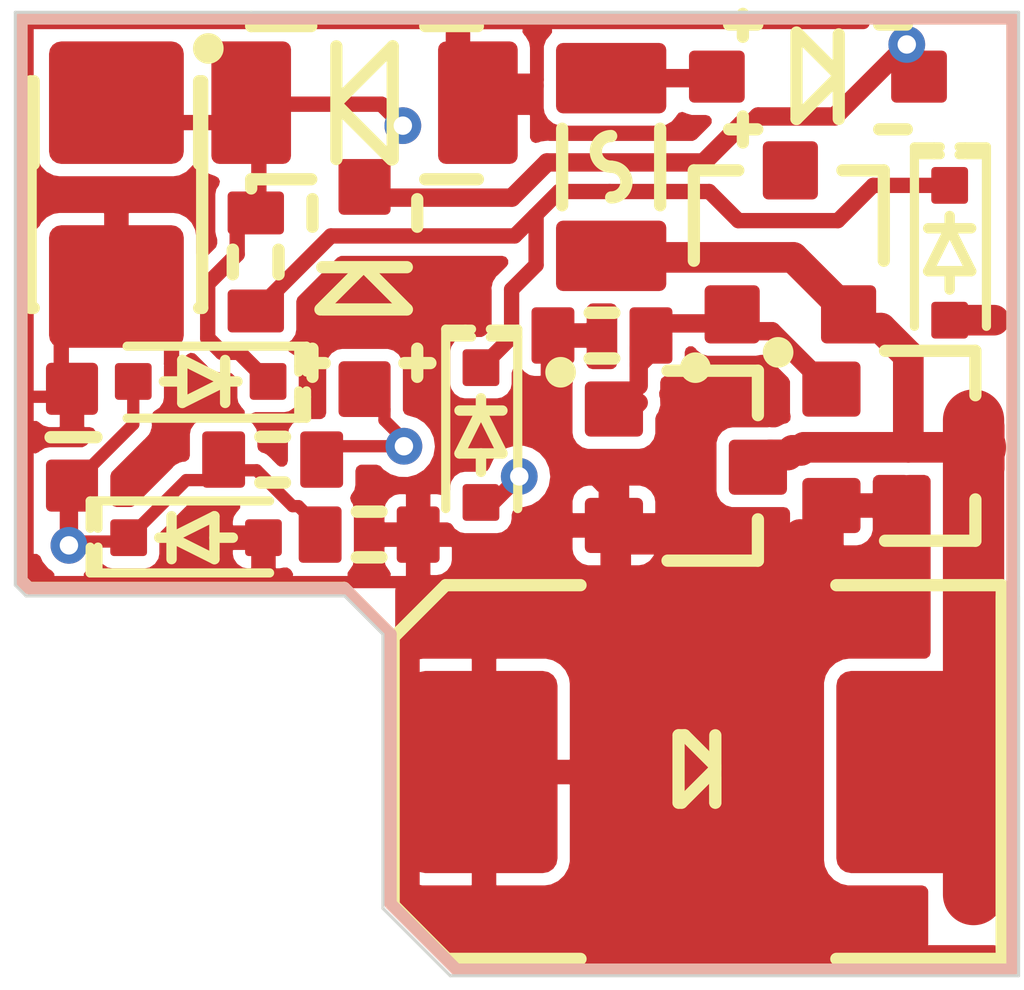
<source format=kicad_pcb>
(kicad_pcb (version 20210108) (generator pcbnew)
  (layers (0 "F.Cu" signal "Top Layer") (31 "B.Cu" signal "Bottom Layer") (34 "B.Paste" user) (35 "F.Paste" user) (36 "B.SilkS" user "B.Silkscreen") (37 "F.SilkS" user "F.Silkscreen") (38 "B.Mask" user) (39 "F.Mask" user) (44 "Edge.Cuts" user))
  (net 0 "")
  (net 1 "NetD416_2")
  (net 2 "NetD411_1")
  (net 3 "V12")
  (net 4 "V12_RAW")
  (net 5 "VBAT")
  (net 6 "V12_PERM")
  (net 7 "NetD412_1")
  (net 8 "VIGN")
  (net 9 "GND")
  (net 10 "V5")
  (net 11 "IN_VIGN")
  (footprint "Small.PcbLib:MOSFET-n" (layer "F.Cu") (at 14.499994 -8.625025)
    (fp_text reference "Q411" hide)
    (fp_text value "AO3400A" hide)
    (fp_line (start -0.304998 1.525001) (end 1.170003 1.525001) (layer "F.SilkS") (width 0.2))
    (fp_line (start 1.170003 -0.849998) (end 1.170003 -1.575) (layer "F.SilkS") (width 0.2))
    (fp_line (start -0.304998 -1.575) (end 1.170003 -1.575) (layer "F.SilkS") (width 0.2))
    (fp_line (start 1.170003 1.525001) (end 1.170003 0.850004) (layer "F.SilkS") (width 0.2))
    (fp_circle (center -2.050001 -1.549999) (end -2.050001 -1.675) (layer "F.SilkS") (width 0.25) (fill none))
    (pad "1" smd roundrect (at -1.179998 -0.949998 270) (size 0.900001 0.950001) (layers "F.Cu" "F.Paste" "F.Mask") (roundrect_rratio 0.1) (net 2 "NetD411_1"))
    (pad "2" smd roundrect (at -1.180003 0.950001 270) (size 0.899998 0.950011) (layers "F.Cu" "F.Paste" "F.Mask") (roundrect_rratio 0.1) (net 9 "GND"))
    (pad "3" smd roundrect (at 1.170003 0.000003 270) (size 0.900001 0.950001) (layers "F.Cu" "F.Paste" "F.Mask") (roundrect_rratio 0.1) (net 4 "V12_RAW"))
  )
  (footprint "General.pcblib:D Schottky" (layer "F.Cu") (at 2.949999 -7.150001)
    (fp_text reference "D410" hide)
    (fp_text value "1N4148WS" hide)
    (fp_line (start -0.399999 0) (end 0.3 0.349999) (layer "F.SilkS") (width 0.17))
    (fp_line (start -1.727997 -0.254) (end -1.600997 -0.254) (layer "F.SilkS") (width 0.15))
    (fp_line (start 0.3 0) (end 0.599999 0) (layer "F.SilkS") (width 0.17))
    (fp_line (start -1.727997 0.574995) (end 1.2 0.574995) (layer "F.SilkS") (width 0.15))
    (fp_line (start -1.727997 -0.599996) (end 1.2 -0.599996) (layer "F.SilkS") (width 0.15))
    (fp_line (start -0.399999 0.349999) (end -0.399999 -0.349999) (layer "F.SilkS") (width 0.17))
    (fp_line (start 0.3 0.349999) (end 0.3 -0.349999) (layer "F.SilkS") (width 0.17))
    (fp_line (start -1.600997 -0.153995) (end -1.600997 -0.599996) (layer "F.SilkS") (width 0.15))
    (fp_line (start -0.399999 0) (end 0.3 -0.349999) (layer "F.SilkS") (width 0.17))
    (fp_line (start -1.727997 0.254) (end -1.600997 0.254) (layer "F.SilkS") (width 0.15))
    (fp_line (start -1.727997 0.574995) (end -1.727997 0.153995) (layer "F.SilkS") (width 0.15))
    (fp_line (start -1.727997 -0.153995) (end -1.727997 -0.599996) (layer "F.SilkS") (width 0.15))
    (fp_line (start -1.600997 0.549996) (end -1.600997 0.153995) (layer "F.SilkS") (width 0.15))
    (fp_line (start -0.600001 0) (end -0.399999 0) (layer "F.SilkS") (width 0.17))
    (pad "1" smd roundrect (at -1.1 0 270) (size 0.599999 0.599999) (layers "F.Cu" "F.Paste" "F.Mask") (roundrect_rratio 0.1) (net 8 "VIGN"))
    (pad "2" smd roundrect (at 1.100001 0 270) (size 0.599999 0.599999) (layers "F.Cu" "F.Paste" "F.Mask") (roundrect_rratio 0.1) (net 9 "GND"))
  )
  (footprint "Mod.PcbLib:Mod-Hellen-Power12" (layer "F.Cu") (at 0 0)
    (fp_text reference "M410" hide)
    (fp_text value "Hellen One : Power-12V Module interface" hide)
    (fp_line (start 0.1 -15.625003) (end 16.274999 -15.625003) (layer "B.SilkS") (width 0.2))
    (fp_line (start 7.199998 -0.100002) (end 16.274999 -0.100002) (layer "B.SilkS") (width 0.2))
    (fp_line (start 6.124999 -1.175001) (end 6.124999 -5.575003) (layer "B.SilkS") (width 0.2))
    (fp_line (start 5.375036 -6.324966) (end 6.124999 -5.575003) (layer "B.SilkS") (width 0.2))
    (fp_line (start 0.1 -6.45) (end 0.225034 -6.324966) (layer "B.SilkS") (width 0.2))
    (fp_line (start 16.274999 -0.100002) (end 16.274999 -15.625003) (layer "B.SilkS") (width 0.2))
    (fp_line (start 0.225034 -6.324966) (end 5.375036 -6.324966) (layer "B.SilkS") (width 0.2))
    (fp_line (start 6.124999 -1.175001) (end 7.199998 -0.100002) (layer "B.SilkS") (width 0.2))
    (fp_line (start 0.1 -6.45) (end 0.1 -15.625003) (layer "B.SilkS") (width 0.2))
    (fp_line (start 6.124999 -1.199071) (end 7.224067 -0.100002) (layer "F.SilkS") (width 0.2))
    (fp_line (start 6.124999 -1.199071) (end 6.124999 -5.573674) (layer "F.SilkS") (width 0.2))
    (fp_line (start 0.1 -6.450002) (end 0.220078 -6.329924) (layer "F.SilkS") (width 0.2))
    (fp_line (start 5.36875 -6.329924) (end 6.124999 -5.573674) (layer "F.SilkS") (width 0.2))
    (fp_line (start 0.220078 -6.329924) (end 5.36875 -6.329924) (layer "F.SilkS") (width 0.2))
    (fp_line (start 0.1 -15.625003) (end 16.274999 -15.625003) (layer "F.SilkS") (width 0.2))
    (fp_line (start 16.274999 -0.100002) (end 16.274999 -15.625003) (layer "F.SilkS") (width 0.2))
    (fp_line (start 7.224067 -0.100002) (end 16.274999 -0.100002) (layer "F.SilkS") (width 0.2))
    (fp_line (start 0.1 -6.450002) (end 0.1 -15.625003) (layer "F.SilkS") (width 0.2))
    (pad "E1" smd oval (at 15.725 -10.700004) (size 1.000001 0.499999) (layers "F.Cu" "F.Paste" "F.Mask") (net 10 "V5"))
    (pad "E2" smd oval (at 15.639799 -5.197439 90) (size 8.744829 1.000001) (layers "F.Cu" "F.Paste") (net 4 "V12_RAW"))
    (pad "S1" smd oval (at 11.649994 -0.300004) (size 9 0.399999) (layers "F.Cu" "F.Paste") (net 9 "GND"))
    (pad "S1" smd oval (at 6.399995 -3.775004 90) (size 5.399999 0.399999) (layers "F.Cu" "F.Paste") (net 9 "GND"))
    (pad "S1" smd oval (at 6.900004 -0.775007 45) (size 0.399999 1.599999) (layers "F.Cu" "F.Paste") (net 9 "GND"))
    (pad "S1" smd oval (at 0.2 -6.649994) (size 0.2 0.499999) (layers "F.Cu" "F.Paste" "F.Mask") (net 9 "GND"))
    (pad "S1" smd oval (at 0.199997 -10.94357 270) (size 9.199999 0.2) (layers "F.Cu" "F.Paste") (net 9 "GND"))
    (pad "S1" smd oval (at 7.043933 -15.550004) (size 13.8 0.2) (layers "F.Cu" "F.Paste") (net 9 "GND"))
    (pad "S1" smd oval (at 3.350003 -6.425004) (size 6.5 0.2) (layers "F.Cu" "F.Paste") (net 9 "GND"))
    (pad "V1" thru_hole circle (at 14.549999 -15.200003) (size 0.599999 0.599999) (drill 0.299999) (layers *.Cu *.Mask) (net 3 "V12"))
    (pad "V2" thru_hole circle (at 6.324999 -13.874999) (size 0.599999 0.599999) (drill 0.299999) (layers *.Cu *.Mask) (net 5 "VBAT"))
    (pad "V3" thru_hole circle (at 6.342504 -8.642505) (size 0.599999 0.599999) (drill 0.299999) (layers *.Cu *.Mask) (net 11 "IN_VIGN"))
    (pad "V4" thru_hole circle (at 8.225 -8.149999) (size 0.599999 0.599999) (drill 0.299999) (layers *.Cu *.Mask) (net 6 "V12_PERM"))
    (pad "V5" thru_hole circle (at 0.875007 -7.025013) (size 0.599999 0.599999) (drill 0.299999) (layers *.Cu *.Mask) (net 8 "VIGN"))
  )
  (footprint "General.pcblib:D TVS" (layer "F.Cu") (at 11.12501 -3.325 180)
    (fp_text reference "D418" hide)
    (fp_text value "SMCJ30CA" hide)
    (fp_line (start -0.299999 -0.499999) (end -0.299999 -0.1) (layer "F.SilkS") (width 0.2))
    (fp_line (start -2.274994 3.049999) (end -4.974993 3.049999) (layer "F.SilkS") (width 0.2))
    (fp_line (start 0.25 -0.499999) (end -0.299999 0.05) (layer "F.SilkS") (width 0.2))
    (fp_line (start -2.274994 -3.049999) (end -4.974993 -3.049999) (layer "F.SilkS") (width 0.2))
    (fp_line (start 0.3 -0.499999) (end 0.3 0.599999) (layer "F.SilkS") (width 0.2))
    (fp_line (start 0.3 0.599999) (end 0.2 0.599999) (layer "F.SilkS") (width 0.2))
    (fp_line (start 0.2 0.599999) (end -0.299999 0.1) (layer "F.SilkS") (width 0.2))
    (fp_line (start 4.079395 -3.049999) (end 1.899976 -3.049999) (layer "F.SilkS") (width 0.2))
    (fp_line (start -0.299999 -0.499999) (end -0.299999 0.599999) (layer "F.SilkS") (width 0.2))
    (fp_line (start 0.3 -0.499999) (end 0.25 -0.499999) (layer "F.SilkS") (width 0.2))
    (fp_line (start -5.074991 -2.875003) (end -5.074991 2.849997) (layer "F.SilkS") (width 0.399999))
    (fp_line (start -4.974993 -3.049999) (end -4.974993 3.049999) (layer "F.SilkS") (width 0.2))
    (fp_line (start 4.949978 2.200023) (end 4.100002 3.049999) (layer "F.SilkS") (width 0.2))
    (fp_line (start 4.949978 -2.169747) (end 4.079395 -3.049999) (layer "F.SilkS") (width 0.2))
    (fp_line (start 4.100002 3.049999) (end 1.899976 3.049999) (layer "F.SilkS") (width 0.2))
    (fp_line (start 4.949978 -2.169747) (end 4.949978 2.200023) (layer "F.SilkS") (width 0.2))
    (pad "1" smd roundrect (at -3.474999 0 180) (size 2.4 3.300001) (layers "F.Cu" "F.Paste" "F.Mask") (roundrect_rratio 0.1) (net 4 "V12_RAW"))
    (pad "2" smd roundrect (at 3.475 0 180) (size 2.4 3.300001) (layers "F.Cu" "F.Paste" "F.Mask") (roundrect_rratio 0.1) (net 9 "GND"))
  )
  (footprint "General.pcblib:Res" (layer "F.Cu") (at 9.575 -10.450015 180)
    (fp_text reference "R412" hide)
    (fp_text value "4.7k" hide)
    (fp_line (start 0.2 -0.374986) (end -0.2 -0.374996) (layer "F.SilkS") (width 0.2032))
    (fp_line (start 0.198943 0.37085) (end -0.201056 0.37084) (layer "F.SilkS") (width 0.2032))
    (pad "1" smd roundrect (at -0.800001 0 180) (size 0.700001 0.920001) (layers "F.Cu" "F.Paste" "F.Mask") (roundrect_rratio 0.1) (net 2 "NetD411_1"))
    (pad "2" smd roundrect (at 0.800001 0 180) (size 0.700001 0.920001) (layers "F.Cu" "F.Paste" "F.Mask") (roundrect_rratio 0.1) (net 9 "GND"))
  )
  (footprint "General.pcblib:D Zener" (layer "F.Cu") (at 5.699996 -14.250007)
    (fp_text reference "D415" hide)
    (fp_text value "ZMM3V3" hide)
    (fp_line (start -0.460001 0.920001) (end -0.460001 -0.920001) (layer "F.SilkS") (width 0.2))
    (fp_line (start -1.849999 1.4) (end -1.849999 1.25) (layer "F.SilkS") (width 0.2))
    (fp_line (start -1.849999 -1.25) (end -0.870001 -1.25) (layer "F.SilkS") (width 0.2))
    (fp_line (start -0.449999 -0.010003) (end 0.459999 -0.920001) (layer "F.SilkS") (width 0.2))
    (fp_line (start 0.459999 0.920001) (end 0.459999 -0.920001) (layer "F.SilkS") (width 0.2))
    (fp_line (start 0.990001 1.25) (end 1.849999 1.25) (layer "F.SilkS") (width 0.2))
    (fp_line (start -0.449999 0.040002) (end 0.438785 0.928786) (layer "F.SilkS") (width 0.2))
    (fp_line (start -0.449999 0.040002) (end -0.449999 -0.010003) (layer "F.SilkS") (width 0.2))
    (fp_line (start -1.849999 1.25) (end -0.870001 1.25) (layer "F.SilkS") (width 0.2))
    (fp_line (start -1.849999 -1.25) (end -1.849999 -1.4) (layer "F.SilkS") (width 0.2))
    (fp_line (start 0.990001 -1.25) (end 1.849999 -1.25) (layer "F.SilkS") (width 0.2))
    (pad "1" smd roundrect (at -1.849999 0 180) (size 1.3 2.000001) (layers "F.Cu" "F.Paste" "F.Mask") (roundrect_rratio 0.1) (net 5 "VBAT"))
    (pad "2" smd roundrect (at 1.849999 0 180) (size 1.3 2.000001) (layers "F.Cu" "F.Paste" "F.Mask") (roundrect_rratio 0.1) (net 9 "GND"))
  )
  (footprint "General.pcblib:F PTC" (layer "F.Cu") (at 9.725 -13.199999 90)
    (fp_text reference "F410" hide)
    (fp_text value "SMD1206P050TF/24" hide)
    (fp_line (start -0.625 0.800001) (end 0.625 0.800001) (layer "F.SilkS") (width 0.2))
    (fp_line (start -0.625 -0.800001) (end 0.625 -0.800001) (layer "F.SilkS") (width 0.2))
    (fp_arc (start 0.255374 0) (end 0.505374 0) (angle -180) (layer "F.SilkS") (width 0.2))
    (fp_arc (start -0.246921 0) (end -0.496921 0) (angle -180) (layer "F.SilkS") (width 0.2))
    (pad "1" smd roundrect (at -1.45 0 180) (size 1.799999 1.15) (layers "F.Cu" "F.Paste" "F.Mask") (roundrect_rratio 0.1) (net 4 "V12_RAW"))
    (pad "2" smd roundrect (at 1.45 0 180) (size 1.799999 1.15) (layers "F.Cu" "F.Paste" "F.Mask") (roundrect_rratio 0.1) (net 1 "NetD416_2"))
  )
  (footprint "General.pcblib:D Schottky" (layer "F.Cu") (at 7.6 -8.825006 -90)
    (fp_text reference "D412" hide)
    (fp_text value "1N4148WS" hide)
    (fp_line (start 0.299999 0.349999) (end -0.4 0) (layer "F.SilkS") (width 0.17))
    (fp_line (start -0.4 0.349999) (end -0.4 -0.349999) (layer "F.SilkS") (width 0.17))
    (fp_line (start -1.600998 0.549996) (end -1.600998 0.153995) (layer "F.SilkS") (width 0.15))
    (fp_line (start -0.4 0) (end 0.299999 -0.349999) (layer "F.SilkS") (width 0.17))
    (fp_line (start 0.299999 0.349999) (end 0.299999 -0.349999) (layer "F.SilkS") (width 0.17))
    (fp_line (start 1.2 -0.599996) (end -1.727998 -0.599996) (layer "F.SilkS") (width 0.15))
    (fp_line (start -1.727998 -0.153995) (end -1.727998 -0.599996) (layer "F.SilkS") (width 0.15))
    (fp_line (start -1.600998 -0.254) (end -1.727998 -0.254) (layer "F.SilkS") (width 0.15))
    (fp_line (start -1.600998 -0.153995) (end -1.600998 -0.599996) (layer "F.SilkS") (width 0.15))
    (fp_line (start 0.599998 0) (end 0.299999 0) (layer "F.SilkS") (width 0.17))
    (fp_line (start -1.600998 0.254) (end -1.727998 0.254) (layer "F.SilkS") (width 0.15))
    (fp_line (start 1.2 0.574995) (end -1.727998 0.574995) (layer "F.SilkS") (width 0.15))
    (fp_line (start -1.727998 0.574995) (end -1.727998 0.153995) (layer "F.SilkS") (width 0.15))
    (fp_line (start -0.4 0) (end -0.600002 0) (layer "F.SilkS") (width 0.17))
    (pad "1" smd roundrect (at -1.100001 0 180) (size 0.599999 0.599999) (layers "F.Cu" "F.Paste" "F.Mask") (roundrect_rratio 0.1) (net 7 "NetD412_1"))
    (pad "2" smd roundrect (at 1.1 0 180) (size 0.599999 0.599999) (layers "F.Cu" "F.Paste" "F.Mask") (roundrect_rratio 0.1) (net 6 "V12_PERM"))
  )
  (footprint "Small.PcbLib:MOSFET-n" (layer "F.Cu") (at 10.949996 -8.300014)
    (fp_text reference "Q410" hide)
    (fp_text value "AO3400A" hide)
    (fp_line (start 1.170003 1.525001) (end 1.170003 0.850003) (layer "F.SilkS") (width 0.2))
    (fp_line (start -0.304998 -1.575001) (end 1.170003 -1.575001) (layer "F.SilkS") (width 0.2))
    (fp_line (start 1.170003 -0.849998) (end 1.170003 -1.575001) (layer "F.SilkS") (width 0.2))
    (fp_line (start -0.304998 1.525001) (end 1.170003 1.525001) (layer "F.SilkS") (width 0.2))
    (fp_circle (center -2.050001 -1.549999) (end -2.050001 -1.675) (layer "F.SilkS") (width 0.25) (fill none))
    (pad "1" smd roundrect (at -1.179998 -0.949998 270) (size 0.900001 0.950001) (layers "F.Cu" "F.Paste" "F.Mask") (roundrect_rratio 0.1) (net 2 "NetD411_1"))
    (pad "2" smd roundrect (at -1.180003 0.950001 270) (size 0.899998 0.950011) (layers "F.Cu" "F.Paste" "F.Mask") (roundrect_rratio 0.1) (net 9 "GND"))
    (pad "3" smd roundrect (at 1.170003 0.000003 270) (size 0.900001 0.950001) (layers "F.Cu" "F.Paste" "F.Mask") (roundrect_rratio 0.1) (net 4 "V12_RAW"))
  )
  (footprint "Small.PcbLib:D TVS PSM712-12" (layer "F.Cu") (at 12.649998 -11.97501 90)
    (fp_text reference "D411" hide)
    (fp_text value "PSM712-LF" hide)
    (fp_line (start 1.170003 0.850003) (end 1.170003 1.525) (layer "F.SilkS") (width 0.2))
    (fp_line (start -0.304998 -1.575001) (end 1.170003 -1.575001) (layer "F.SilkS") (width 0.2))
    (fp_line (start -0.304998 1.525) (end 1.170003 1.525) (layer "F.SilkS") (width 0.2))
    (fp_line (start 1.170003 -1.575001) (end 1.170003 -0.849999) (layer "F.SilkS") (width 0.2))
    (fp_circle (center -2.050001 -1.55) (end -1.925 -1.55) (layer "F.SilkS") (width 0.25) (fill none))
    (pad "1" smd roundrect (at -1.179997 -0.949999) (size 0.900001 0.950001) (layers "F.Cu" "F.Paste" "F.Mask") (roundrect_rratio 0.1) (net 2 "NetD411_1"))
    (pad "2" smd roundrect (at -1.180002 0.95) (size 0.899998 0.950011) (layers "F.Cu" "F.Paste" "F.Mask") (roundrect_rratio 0.1) (net 4 "V12_RAW"))
    (pad "3" smd roundrect (at 1.170003 0.000002) (size 0.900001 0.950001) (layers "F.Cu" "F.Paste" "F.Mask") (roundrect_rratio 0.1))
  )
  (footprint "General.pcblib:Cap" (layer "F.Cu") (at 0.92501 -8.79 90)
    (fp_text reference "C411" hide)
    (fp_text value "100n" hide)
    (fp_line (start 0 -0.349987) (end 0 0.399999) (layer "F.SilkS") (width 0.2))
    (pad "1" smd roundrect (at -0.790001 0 90) (size 0.850001 0.850001) (layers "F.Cu" "F.Paste" "F.Mask") (roundrect_rratio 0.1) (net 8 "VIGN"))
    (pad "2" smd roundrect (at 0.790001 0 90) (size 0.850001 0.850001) (layers "F.Cu" "F.Paste" "F.Mask") (roundrect_rratio 0.1) (net 9 "GND"))
  )
  (footprint "General.pcblib:D Schottky" (layer "F.Cu") (at 5.700001 -11.224997 -90)
    (fp_text reference "D417" hide)
    (fp_text value "B5819W" hide)
    (fp_line (start -0.329999 0.040002) (end -0.329999 -0.010003) (layer "F.SilkS") (width 0.2))
    (fp_line (start -0.340001 0.690001) (end -0.340001 -0.690001) (layer "F.SilkS") (width 0.2))
    (fp_line (start 1.225004 1.024996) (end 1.225004 0.649996) (layer "F.SilkS") (width 0.2))
    (fp_line (start -1 -0.859999) (end -1.449999 -0.859999) (layer "F.SilkS") (width 0.2))
    (fp_line (start 0.35 0.720001) (end -0.329999 0.040002) (layer "F.SilkS") (width 0.2))
    (fp_line (start 1.45 0.849998) (end 0.990001 0.849998) (layer "F.SilkS") (width 0.2))
    (fp_line (start 0.35 0.690001) (end 0.35 -0.690001) (layer "F.SilkS") (width 0.2))
    (fp_line (start 1.224999 -0.649999) (end 1.224999 -1.074997) (layer "F.SilkS") (width 0.2))
    (fp_line (start -1 0.849998) (end -1.449999 0.849998) (layer "F.SilkS") (width 0.2))
    (fp_line (start 1.45 -0.859999) (end 0.990001 -0.859999) (layer "F.SilkS") (width 0.2))
    (fp_line (start -0.329999 -0.010003) (end 0.35 -0.690001) (layer "F.SilkS") (width 0.2))
    (pad "1" smd roundrect (at -1.649999 0 90) (size 0.910001 0.850001) (layers "F.Cu" "F.Paste" "F.Mask") (roundrect_rratio 0.1) (net 3 "V12"))
    (pad "2" smd roundrect (at 1.65 0 90) (size 0.910001 0.850001) (layers "F.Cu" "F.Paste" "F.Mask") (roundrect_rratio 0.1) (net 11 "IN_VIGN"))
  )
  (footprint "General.pcblib:D Schottky" (layer "F.Cu") (at 13.099979 -14.675 180)
    (fp_text reference "D416" hide)
    (fp_text value "B5819W" hide)
    (fp_line (start 1.45 -0.859998) (end 0.990001 -0.859998) (layer "F.SilkS") (width 0.2))
    (fp_line (start -0.329999 -0.010003) (end -0.329999 0.040002) (layer "F.SilkS") (width 0.2))
    (fp_line (start 1.45 0.849998) (end 0.990001 0.849998) (layer "F.SilkS") (width 0.2))
    (fp_line (start 1.225004 0.649996) (end 1.225004 1.024997) (layer "F.SilkS") (width 0.2))
    (fp_line (start -0.340002 -0.690001) (end -0.340002 0.690001) (layer "F.SilkS") (width 0.2))
    (fp_line (start 0.349999 0.720001) (end -0.329999 0.040002) (layer "F.SilkS") (width 0.2))
    (fp_line (start 1.224999 -1.074997) (end 1.224999 -0.649999) (layer "F.SilkS") (width 0.2))
    (fp_line (start -1 -0.859998) (end -1.45 -0.859998) (layer "F.SilkS") (width 0.2))
    (fp_line (start 0.349999 -0.690001) (end -0.329999 -0.010003) (layer "F.SilkS") (width 0.2))
    (fp_line (start 0.349999 -0.690001) (end 0.349999 0.690001) (layer "F.SilkS") (width 0.2))
    (fp_line (start -1 0.849998) (end -1.45 0.849998) (layer "F.SilkS") (width 0.2))
    (pad "1" smd roundrect (at -1.649999 0) (size 0.910001 0.850001) (layers "F.Cu" "F.Paste" "F.Mask") (roundrect_rratio 0.1) (net 3 "V12"))
    (pad "2" smd roundrect (at 1.649999 0) (size 0.910001 0.850001) (layers "F.Cu" "F.Paste" "F.Mask") (roundrect_rratio 0.1) (net 1 "NetD416_2"))
  )
  (footprint "General.pcblib:Res" (layer "F.Cu") (at 5.775 -7.200001)
    (fp_text reference "R413" hide)
    (fp_text value "6.8k" hide)
    (fp_line (start -0.2 -0.374995) (end 0.199999 -0.374985) (layer "F.SilkS") (width 0.2032))
    (fp_line (start -0.201056 0.37084) (end 0.198943 0.37085) (layer "F.SilkS") (width 0.2032))
    (pad "1" smd roundrect (at -0.800001 0) (size 0.700001 0.920001) (layers "F.Cu" "F.Paste" "F.Mask") (roundrect_rratio 0.1) (net 8 "VIGN"))
    (pad "2" smd roundrect (at 0.800001 0) (size 0.700001 0.920001) (layers "F.Cu" "F.Paste" "F.Mask") (roundrect_rratio 0.1) (net 9 "GND"))
  )
  (footprint "General.pcblib:C Pol" (layer "F.Cu") (at 1.649997 -12.750002 -90)
    (fp_text reference "C410" hide)
    (fp_text value "100u" hide)
    (fp_line (start -0.499999 -1.349994) (end -1.849999 -1.349994) (layer "F.SilkS") (width 0.2))
    (fp_line (start 1.849998 1.399995) (end -1.849999 1.399995) (layer "F.SilkS") (width 0.2))
    (fp_line (start 1.849998 -1.349994) (end 1.849998 -1.399994) (layer "F.SilkS") (width 0.2))
    (fp_line (start 1.849998 1.399995) (end 1.849998 1.349995) (layer "F.SilkS") (width 0.2))
    (fp_line (start -0.499999 1.349995) (end -1.849999 1.349995) (layer "F.SilkS") (width 0.2))
    (fp_line (start 1.849998 -1.399994) (end -1.849999 -1.399994) (layer "F.SilkS") (width 0.2))
    (fp_circle (center -2.385002 -1.499999) (end -2.510003 -1.499999) (layer "F.SilkS") (width 0.25) (fill none))
    (pad "1" smd roundrect (at -1.5 0 270) (size 2.000001 2.200001) (layers "F.Cu" "F.Paste" "F.Mask") (roundrect_rratio 0.1) (net 5 "VBAT"))
    (pad "2" smd roundrect (at 1.499999 0 270) (size 2.000001 2.200001) (layers "F.Cu" "F.Paste" "F.Mask") (roundrect_rratio 0.1) (net 9 "GND"))
  )
  (footprint "General.pcblib:Res" (layer "F.Cu") (at 3.925001 -11.650005 90)
    (fp_text reference "R410" hide)
    (fp_text value "33k" hide)
    (fp_line (start -0.2 -0.374995) (end 0.199999 -0.374985) (layer "F.SilkS") (width 0.2032))
    (fp_line (start -0.201057 0.37084) (end 0.198943 0.37085) (layer "F.SilkS") (width 0.2032))
    (pad "1" smd roundrect (at -0.800001 0 90) (size 0.700001 0.920001) (layers "F.Cu" "F.Paste" "F.Mask") (roundrect_rratio 0.1) (net 7 "NetD412_1"))
    (pad "2" smd roundrect (at 0.800001 0 90) (size 0.700001 0.920001) (layers "F.Cu" "F.Paste" "F.Mask") (roundrect_rratio 0.1) (net 5 "VBAT"))
  )
  (footprint "General.pcblib:D Schottky" (layer "F.Cu") (at 3.025 -9.700001 180)
    (fp_text reference "D414" hide)
    (fp_text value "1N4148WS" hide)
    (fp_line (start -0.4 -0.349999) (end -0.4 0.349999) (layer "F.SilkS") (width 0.17))
    (fp_line (start 1.2 0.574995) (end -1.727998 0.574995) (layer "F.SilkS") (width 0.15))
    (fp_line (start 0.299999 -0.349999) (end -0.4 0) (layer "F.SilkS") (width 0.17))
    (fp_line (start 1.2 -0.599996) (end -1.727998 -0.599996) (layer "F.SilkS") (width 0.15))
    (fp_line (start 0.599998 0) (end 0.299999 0) (layer "F.SilkS") (width 0.17))
    (fp_line (start -1.727998 0.153995) (end -1.727998 0.574995) (layer "F.SilkS") (width 0.15))
    (fp_line (start -1.600998 -0.599996) (end -1.600998 -0.153995) (layer "F.SilkS") (width 0.15))
    (fp_line (start -0.4 0) (end -0.600002 0) (layer "F.SilkS") (width 0.17))
    (fp_line (start -1.600998 0.254) (end -1.727998 0.254) (layer "F.SilkS") (width 0.15))
    (fp_line (start -1.600998 -0.254) (end -1.727998 -0.254) (layer "F.SilkS") (width 0.15))
    (fp_line (start 0.299999 0.349999) (end -0.4 0) (layer "F.SilkS") (width 0.17))
    (fp_line (start -1.727998 -0.599996) (end -1.727998 -0.153995) (layer "F.SilkS") (width 0.15))
    (fp_line (start 0.299999 -0.349999) (end 0.299999 0.349999) (layer "F.SilkS") (width 0.17))
    (fp_line (start -1.600998 0.153995) (end -1.600998 0.549996) (layer "F.SilkS") (width 0.15))
    (pad "1" smd roundrect (at -1.100001 0 90) (size 0.599999 0.599999) (layers "F.Cu" "F.Paste" "F.Mask") (roundrect_rratio 0.1) (net 5 "VBAT"))
    (pad "2" smd roundrect (at 1.1 0 90) (size 0.599999 0.599999) (layers "F.Cu" "F.Paste" "F.Mask") (roundrect_rratio 0.1) (net 8 "VIGN"))
  )
  (footprint "General.pcblib:Res" (layer "F.Cu") (at 4.199999 -8.425 180)
    (fp_text reference "R411" hide)
    (fp_text value "33k" hide)
    (fp_line (start 0.199999 -0.374986) (end -0.2 -0.374996) (layer "F.SilkS") (width 0.2032))
    (fp_line (start 0.198943 0.37085) (end -0.201056 0.37084) (layer "F.SilkS") (width 0.2032))
    (pad "1" smd roundrect (at -0.800001 0 180) (size 0.700001 0.920001) (layers "F.Cu" "F.Paste" "F.Mask") (roundrect_rratio 0.1) (net 11 "IN_VIGN"))
    (pad "2" smd roundrect (at 0.800001 0 180) (size 0.700001 0.920001) (layers "F.Cu" "F.Paste" "F.Mask") (roundrect_rratio 0.1) (net 8 "VIGN"))
  )
  (footprint "General.pcblib:D Schottky" (layer "F.Cu") (at 15.25 -11.799999 -90)
    (fp_text reference "D413" hide)
    (fp_text value "1N4148WS" hide)
    (fp_line (start -1.727998 0.574995) (end -1.727998 0.153995) (layer "F.SilkS") (width 0.15))
    (fp_line (start 1.2 0.574995) (end -1.727998 0.574995) (layer "F.SilkS") (width 0.15))
    (fp_line (start -0.399999 0.349999) (end -0.399999 -0.349999) (layer "F.SilkS") (width 0.17))
    (fp_line (start -1.600998 -0.153995) (end -1.600998 -0.599996) (layer "F.SilkS") (width 0.15))
    (fp_line (start -1.727998 -0.153995) (end -1.727998 -0.599996) (layer "F.SilkS") (width 0.15))
    (fp_line (start 0.599999 0) (end 0.299999 0) (layer "F.SilkS") (width 0.17))
    (fp_line (start -1.600998 0.254) (end -1.727998 0.254) (layer "F.SilkS") (width 0.15))
    (fp_line (start -1.600998 -0.254) (end -1.727998 -0.254) (layer "F.SilkS") (width 0.15))
    (fp_line (start 0.299999 0.349999) (end -0.399999 0) (layer "F.SilkS") (width 0.17))
    (fp_line (start 1.2 -0.599996) (end -1.727998 -0.599996) (layer "F.SilkS") (width 0.15))
    (fp_line (start 0.299999 0.349999) (end 0.299999 -0.349999) (layer "F.SilkS") (width 0.17))
    (fp_line (start -0.399999 0) (end -0.600002 0) (layer "F.SilkS") (width 0.17))
    (fp_line (start -0.399999 0) (end 0.299999 -0.349999) (layer "F.SilkS") (width 0.17))
    (fp_line (start -1.600998 0.549996) (end -1.600998 0.153995) (layer "F.SilkS") (width 0.15))
    (pad "1" smd roundrect (at -1.100001 0 180) (size 0.599999 0.599999) (layers "F.Cu" "F.Paste" "F.Mask") (roundrect_rratio 0.1) (net 7 "NetD412_1"))
    (pad "2" smd roundrect (at 1.1 0 180) (size 0.599999 0.599999) (layers "F.Cu" "F.Paste" "F.Mask") (roundrect_rratio 0.1) (net 10 "V5"))
  )
  (gr_line (start 0 -6.375001) (end 0 -15.725) (layer "Edge.Cuts") (width 0.05))
  (gr_line (start 6.000001 -1.1) (end 6.000001 -5.574998) (layer "Edge.Cuts") (width 0.05))
  (gr_line (start 5.374998 -6.2) (end 0.175001 -6.2) (layer "Edge.Cuts") (width 0.05))
  (gr_line (start 6.000001 -5.574998) (end 5.374998 -6.2) (layer "Edge.Cuts") (width 0.05))
  (gr_line (start 0 -15.725) (end 16.374999 -15.725) (layer "Edge.Cuts") (width 0.05))
  (gr_line (start 16.374999 -15.725) (end 16.374999 0) (layer "Edge.Cuts") (width 0.05))
  (gr_line (start 0.175001 -6.2) (end 0.175001 -6.2) (layer "Edge.Cuts") (width 0.05))
  (gr_line (start 16.374999 0) (end 7.100001 0) (layer "Edge.Cuts") (width 0.05))
  (gr_line (start 0.175001 -6.2) (end 0 -6.375001) (layer "Edge.Cuts") (width 0.05))
  (gr_line (start 7.100001 0) (end 6.000001 -1.1) (layer "Edge.Cuts") (width 0.05))
  (segment (start 9.725 -14.650006) (end 11.44998 -14.650006) (width 0.299999) (layer "F.Cu") (net 1))
  (segment (start 10.174999 -9.974999) (end 10.572501 -10.372501) (width 0.299999) (layer "F.Cu") (net 2))
  (segment (start 11.699999 -10.545003) (end 11.699999 -10.570002) (width 0.299999) (layer "F.Cu") (net 2))
  (segment (start 12.350006 -10.520015) (end 13.294998 -9.575023) (width 0.299999) (layer "F.Cu") (net 2))
  (segment (start 10.572501 -10.647515) (end 11.502499 -10.647515) (width 0.299999) (layer "F.Cu") (net 2))
  (segment (start 10.174999 -9.630014) (end 10.174999 -9.974999) (width 0.299999) (layer "F.Cu") (net 2))
  (segment (start 9.794997 -8.974999) (end 10.174999 -9.355) (width 0.299999) (layer "F.Cu") (net 2))
  (segment (start 10.174999 -9.974999) (end 10.174999 -10.250013) (width 0.299999) (layer "F.Cu") (net 2))
  (segment (start 11.699999 -10.570002) (end 11.699999 -10.845015) (width 0.299999) (layer "F.Cu") (net 2))
  (segment (start 13.294998 -9.300009) (end 13.319996 -9.300009) (width 0.299999) (layer "F.Cu") (net 2))
  (segment (start 12.000001 -10.520015) (end 12.350006 -10.520015) (width 0.299999) (layer "F.Cu") (net 2))
  (segment (start 11.699999 -10.570002) (end 11.768755 -10.638757) (width 0.299999) (layer "F.Cu") (net 2))
  (segment (start 9.769998 -8.974999) (end 9.794997 -8.974999) (width 0.299999) (layer "F.Cu") (net 2))
  (segment (start 12.000161 -13.9) (end 12.125162 -14.025001) (width 0.299999) (layer "F.Cu") (net 3))
  (segment (start 8.67825 -13.275) (end 11.231367 -13.275) (width 0.299999) (layer "F.Cu") (net 3))
  (segment (start 11.231367 -13.275) (end 11.856367 -13.9) (width 0.299999) (layer "F.Cu") (net 3))
  (segment (start 11.856367 -13.9) (end 12.000161 -13.9) (width 0.299999) (layer "F.Cu") (net 3))
  (segment (start 14.549999 -15.200003) (end 14.56913 -15.180871) (width 0.299999) (layer "F.Cu") (net 3))
  (segment (start 5.700001 -12.844996) (end 5.844997 -12.7) (width 0.299999) (layer "F.Cu") (net 3))
  (segment (start 5.844997 -12.7) (end 8.10325 -12.7) (width 0.299999) (layer "F.Cu") (net 3))
  (segment (start 14.56913 -15.144473) (end 14.56913 -15.180871) (width 0.299999) (layer "F.Cu") (net 3))
  (segment (start 14.56913 -15.144473) (end 14.863602 -14.850001) (width 0.299999) (layer "F.Cu") (net 3))
  (segment (start 8.10325 -12.7) (end 8.67825 -13.275) (width 0.299999) (layer "F.Cu") (net 3))
  (segment (start 12.125162 -14.025001) (end 13.374997 -14.025001) (width 0.299999) (layer "F.Cu") (net 3))
  (segment (start 13.374997 -14.025001) (end 14.549999 -15.200003) (width 0.299999) (layer "F.Cu") (net 3))
  (segment (start 12.694999 -11.725013) (end 13.399999 -11.020014) (width 0.499999) (layer "F.Cu") (net 4))
  (segment (start 12.320001 -8.500013) (end 12.611303 -8.500013) (width 0.499999) (layer "F.Cu") (net 4))
  (segment (start 9.725 -11.749999) (end 9.749986 -11.725013) (width 0.499999) (layer "F.Cu") (net 4))
  (segment (start 13.599998 -10.770001) (end 13.599998 -10.795008) (width 0.499999) (layer "F.Cu") (net 4))
  (segment (start 13.599998 -10.770001) (end 13.799998 -10.570002) (width 0.499999) (layer "F.Cu") (net 4))
  (segment (start 12.686312 -8.575022) (end 12.825009 -8.575022) (width 0.499999) (layer "F.Cu") (net 4))
  (segment (start 14.130005 -10.570002) (end 14.575 -10.125006) (width 0.499999) (layer "F.Cu") (net 4))
  (segment (start 15.639799 -5.197439) (end 15.664805 -5.222446) (width 0.2) (layer "F.Cu") (net 4))
  (segment (start 15.644995 -8.625022) (end 15.700162 -8.680188) (width 0.499999) (layer "F.Cu") (net 4))
  (segment (start 12.825009 -8.575022) (end 12.875009 -8.625022) (width 0.499999) (layer "F.Cu") (net 4))
  (segment (start 12.875009 -8.625022) (end 14.575 -8.625022) (width 0.499999) (layer "F.Cu") (net 4))
  (segment (start 15.664805 -1.45) (end 15.664805 -3.325) (width 1.000001) (layer "F.Cu") (net 4))
  (segment (start 13.599998 -10.795008) (end 13.599998 -10.820004) (width 0.499999) (layer "F.Cu") (net 4))
  (segment (start 13.799998 -10.570002) (end 14.130005 -10.570002) (width 0.499999) (layer "F.Cu") (net 4))
  (segment (start 9.749986 -11.725013) (end 12.694999 -11.725013) (width 0.499999) (layer "F.Cu") (net 4))
  (segment (start 12.119999 -8.300011) (end 12.320001 -8.500013) (width 0.499999) (layer "F.Cu") (net 4))
  (segment (start 14.575 -8.625022) (end 14.575 -10.125006) (width 0.499999) (layer "F.Cu") (net 4))
  (segment (start 15.664805 -8.61983) (end 15.669997 -8.625022) (width 1.000001) (layer "F.Cu") (net 4))
  (segment (start 14.575 -8.625022) (end 15.644995 -8.625022) (width 0.499999) (layer "F.Cu") (net 4))
  (segment (start 15.664805 -3.325) (end 15.664805 -5.222446) (width 1.000001) (layer "F.Cu") (net 4))
  (segment (start 15.664805 -5.222446) (end 15.664805 -8.61983) (width 0.2) (layer "F.Cu") (net 4))
  (segment (start 12.611303 -8.500013) (end 12.686312 -8.575022) (width 0.499999) (layer "F.Cu") (net 4))
  (segment (start 13.399999 -11.020003) (end 13.399999 -11.020014) (width 0.499999) (layer "F.Cu") (net 4))
  (segment (start 13.399999 -11.020003) (end 13.599998 -10.820004) (width 0.499999) (layer "F.Cu") (net 4))
  (segment (start 14.600009 -3.325) (end 14.600009 -3.775001) (width 1.000001) (layer "F.Cu") (net 4))
  (segment (start 3.139999 -10.406388) (end 3.139999 -11.29362) (width 0.25) (layer "F.Cu") (net 5))
  (segment (start 3.621385 -11.775006) (end 3.621385 -12.225005) (width 0.25) (layer "F.Cu") (net 5))
  (segment (start 3.65 -10.175001) (end 4.125001 -9.700001) (width 0.25) (layer "F.Cu") (net 5))
  (segment (start 3.846386 -12.450006) (end 3.9 -12.450006) (width 0.25) (layer "F.Cu") (net 5))
  (segment (start 3.9 -12.450006) (end 3.925001 -12.450006) (width 0.25) (layer "F.Cu") (net 5))
  (segment (start 3.974998 -13.925004) (end 4.274998 -14.225003) (width 0.25) (layer "F.Cu") (net 5))
  (segment (start 3.139999 -10.406388) (end 3.371385 -10.175001) (width 0.25) (layer "F.Cu") (net 5))
  (segment (start 1.699999 -14.275003) (end 2.049998 -13.925004) (width 0.25) (layer "F.Cu") (net 5))
  (segment (start 5.974994 -14.225003) (end 6.324999 -13.874999) (width 0.25) (layer "F.Cu") (net 5))
  (segment (start 3.139999 -11.29362) (end 3.621385 -11.775006) (width 0.25) (layer "F.Cu") (net 5))
  (segment (start 2.049998 -13.925004) (end 3.875001 -13.925004) (width 0.25) (layer "F.Cu") (net 5))
  (segment (start 3.974998 -12.525004) (end 3.974998 -13.925004) (width 0.25) (layer "F.Cu") (net 5))
  (segment (start 3.621385 -12.225005) (end 3.846386 -12.450006) (width 0.25) (layer "F.Cu") (net 5))
  (segment (start 4.274998 -14.225003) (end 5.974994 -14.225003) (width 0.25) (layer "F.Cu") (net 5))
  (segment (start 3.371385 -10.175001) (end 3.65 -10.175001) (width 0.25) (layer "F.Cu") (net 5))
  (segment (start 3.9 -12.450006) (end 3.974998 -12.525004) (width 0.25) (layer "F.Cu") (net 5))
  (segment (start 7.650002 -7.575001) (end 8.225 -8.149999) (width 0.25) (layer "F.Cu") (net 6))
  (segment (start 11.800002 -12.324999) (end 13.425 -12.324999) (width 0.25) (layer "F.Cu") (net 7))
  (segment (start 7.6 -9.925007) (end 8.099997 -10.425003) (width 0.25) (layer "F.Cu") (net 7))
  (segment (start 8.499998 -11.6) (end 8.499998 -12.392251) (width 0.25) (layer "F.Cu") (net 7))
  (segment (start 14 -12.9) (end 15.25 -12.9) (width 0.25) (layer "F.Cu") (net 7))
  (segment (start 5.149997 -12.075) (end 8.150001 -12.075) (width 0.25) (layer "F.Cu") (net 7))
  (segment (start 8.099997 -10.425003) (end 8.099997 -11.199998) (width 0.25) (layer "F.Cu") (net 7))
  (segment (start 13.425 -12.324999) (end 14 -12.9) (width 0.25) (layer "F.Cu") (net 7))
  (segment (start 8.150001 -12.075) (end 8.483625 -12.408624) (width 0.25) (layer "F.Cu") (net 7))
  (segment (start 3.925001 -10.850004) (end 5.149997 -12.075) (width 0.25) (layer "F.Cu") (net 7))
  (segment (start 8.875001 -12.8) (end 9.699998 -12.8) (width 0.25) (layer "F.Cu") (net 7))
  (segment (start 8.483625 -12.408624) (end 8.875001 -12.8) (width 0.25) (layer "F.Cu") (net 7))
  (segment (start 8.099997 -11.199998) (end 8.499998 -11.6) (width 0.25) (layer "F.Cu") (net 7))
  (segment (start 9.699998 -12.8) (end 11.325001 -12.8) (width 0.25) (layer "F.Cu") (net 7))
  (segment (start 11.325001 -12.8) (end 11.800002 -12.324999) (width 0.25) (layer "F.Cu") (net 7))
  (segment (start 4.620001 -7.664999) (end 4.974999 -7.310001) (width 0.2) (layer "F.Cu") (net 8))
  (segment (start 3.939116 -8.249999) (end 4.524116 -7.664999) (width 0.2) (layer "F.Cu") (net 8))
  (segment (start 3.149996 -8.089999) (end 3.399998 -8.340001) (width 0.2) (layer "F.Cu") (net 8))
  (segment (start 1.849999 -7.150001) (end 2.789997 -8.089999) (width 0.2) (layer "F.Cu") (net 8))
  (segment (start 1.787505 -7.087507) (end 1.849999 -7.150001) (width 0.2) (layer "F.Cu") (net 8))
  (segment (start 3.399998 -8.340001) (end 3.399998 -8.425) (width 0.2) (layer "F.Cu") (net 8))
  (segment (start 0.875007 -7.025013) (end 0.937501 -7.087507) (width 0.2) (layer "F.Cu") (net 8))
  (segment (start 4.524116 -7.664999) (end 4.620001 -7.664999) (width 0.2) (layer "F.Cu") (net 8))
  (segment (start 2.789997 -8.089999) (end 3.149996 -8.089999) (width 0.2) (layer "F.Cu") (net 8))
  (segment (start 3.574999 -8.249999) (end 3.939116 -8.249999) (width 0.2) (layer "F.Cu") (net 8))
  (segment (start 4.974999 -7.200001) (end 4.974999 -7.310001) (width 0.2) (layer "F.Cu") (net 8))
  (segment (start 0.875007 -7.949997) (end 0.92501 -7.999999) (width 0.2) (layer "F.Cu") (net 8))
  (segment (start 0.937501 -7.087507) (end 1.787505 -7.087507) (width 0.2) (layer "F.Cu") (net 8))
  (segment (start 0.875007 -7.025013) (end 0.875007 -7.949997) (width 0.299999) (layer "F.Cu") (net 8))
  (segment (start 1.925 -8.99999) (end 1.925 -9.700001) (width 0.2) (layer "F.Cu") (net 8))
  (segment (start 0.92501 -7.999999) (end 1.925 -8.99999) (width 0.2) (layer "F.Cu") (net 8))
  (segment (start 3.399998 -8.425) (end 3.574999 -8.249999) (width 0.2) (layer "F.Cu") (net 8))
  (segment (start 2.75 -9.475) (end 2.75 -9.787105) (width 0.25) (layer "F.Cu") (net 9))
  (segment (start 7.276206 -14.612897) (end 7.537501 -14.612897) (width 0.399999) (layer "F.Cu") (net 9))
  (segment (start 7.374987 -14.250007) (end 7.374987 -14.450383) (width 0.399999) (layer "F.Cu") (net 9))
  (segment (start 2.549997 -9.987107) (end 2.75 -9.787105) (width 0.25) (layer "F.Cu") (net 9))
  (segment (start 9.800001 -6.575001) (end 9.800001 -7.044992) (width 0.499999) (layer "F.Cu") (net 9))
  (segment (start 4.025001 -7.125002) (end 4.05 -7.150001) (width 0.2) (layer "F.Cu") (net 9))
  (segment (start 8.774999 -8.849998) (end 9.599996 -8.025) (width 0.299999) (layer "F.Cu") (net 9))
  (segment (start 0.299999 -9.449999) (end 0.750001 -9.449999) (width 0.2) (layer "F.Cu") (net 9))
  (segment (start 8.724994 -8.900005) (end 8.774999 -8.85) (width 0.25) (layer "F.Cu") (net 9))
  (segment (start 0.750001 -9.449999) (end 0.795007 -9.449999) (width 0.2) (layer "F.Cu") (net 9))
  (segment (start 7.474603 -14.549999) (end 7.537501 -14.612897) (width 0.399999) (layer "F.Cu") (net 9))
  (segment (start 1.699999 -11.275004) (end 1.974997 -11.550002) (width 0.25) (layer "F.Cu") (net 9))
  (segment (start 7.225 -14.664103) (end 7.276206 -14.612897) (width 0.399999) (layer "F.Cu") (net 9))
  (segment (start 8.524999 -14.625) (end 8.524999 -15.550004) (width 0.2) (layer "F.Cu") (net 9))
  (segment (start 7.599998 -13.702703) (end 7.599998 -14.30001) (width 0.25) (layer "F.Cu") (net 9))
  (segment (start 7.225 -14.399994) (end 7.374987 -14.250007) (width 0.399999) (layer "F.Cu") (net 9))
  (segment (start 0.795007 -9.449999) (end 0.92501 -9.580001) (width 0.2) (layer "F.Cu") (net 9))
  (segment (start 1.749997 -11.250003) (end 2.549997 -10.450002) (width 0.25) (layer "F.Cu") (net 9))
  (segment (start 8.425 -14.525) (end 8.524999 -14.625) (width 0.2) (layer "F.Cu") (net 9))
  (segment (start 6.469558 -6.4) (end 6.575001 -6.505443) (width 0.2) (layer "F.Cu") (net 9))
  (segment (start 7.225 -14.664103) (end 7.225 -15.375001) (width 0.399999) (layer "F.Cu") (net 9))
  (segment (start 4.025001 -6.499997) (end 4.025001 -7.075) (width 0.2) (layer "F.Cu") (net 9))
  (segment (start 12.803685 -7.200011) (end 13.119992 -7.200011) (width 0.499999) (layer "F.Cu") (net 9))
  (segment (start 9.769993 -7.075) (end 9.800001 -7.044992) (width 0.499999) (layer "F.Cu") (net 9))
  (segment (start 7.225 -14.549999) (end 7.225 -14.664103) (width 0.399999) (layer "F.Cu") (net 9))
  (segment (start 7.225 -14.549999) (end 7.474603 -14.549999) (width 0.399999) (layer "F.Cu") (net 9))
  (segment (start 9.769993 -7.075) (end 9.769993 -8.025) (width 0.499999) (layer "F.Cu") (net 9))
  (segment (start 0.750001 -9.449999) (end 0.750001 -10.425006) (width 0.25) (layer "F.Cu") (net 9))
  (segment (start 8.774999 -8.85) (end 8.774999 -10.175001) (width 0.299999) (layer "F.Cu") (net 9))
  (segment (start 2.549997 -9.987107) (end 2.549997 -10.450002) (width 0.25) (layer "F.Cu") (net 9))
  (segment (start 6.399995 -6.4) (end 6.469558 -6.4) (width 0.2) (layer "F.Cu") (net 9))
  (segment (start 7.043933 -15.550004) (end 8.524999 -15.550004) (width 0.2) (layer "F.Cu") (net 9))
  (segment (start 1.574998 -11.250003) (end 1.649997 -11.250003) (width 0.25) (layer "F.Cu") (net 9))
  (segment (start 7.599998 -14.30001) (end 7.599998 -14.400004) (width 0.25) (layer "F.Cu") (net 9))
  (segment (start 7.549995 -14.250007) (end 7.599998 -14.30001) (width 0.399999) (layer "F.Cu") (net 9))
  (segment (start 7.164103 -14.725) (end 7.225 -14.664103) (width 0.399999) (layer "F.Cu") (net 9))
  (segment (start 7.225 -14.399994) (end 7.225 -14.549999) (width 0.399999) (layer "F.Cu") (net 9))
  (segment (start 12.728672 -7.124997) (end 12.803685 -7.200011) (width 0.499999) (layer "F.Cu") (net 9))
  (segment (start 6.575001 -6.505443) (end 6.575001 -7.200001) (width 0.2) (layer "F.Cu") (net 9))
  (segment (start 7.824988 -14.525) (end 8.425 -14.525) (width 0.399999) (layer "F.Cu") (net 9))
  (segment (start 6.399995 -3.7) (end 6.399995 -6.4) (width 0.2) (layer "F.Cu") (net 9))
  (segment (start 9.599996 -8.025) (end 9.769993 -8.025) (width 0.299999) (layer "F.Cu") (net 9))
  (segment (start 13.119992 -7.200011) (end 13.319991 -7.400011) (width 0.499999) (layer "F.Cu") (net 9))
  (segment (start 8.774999 -8.849998) (end 8.774999 -8.85) (width 0.299999) (layer "F.Cu") (net 9))
  (segment (start 9.769993 -7.075) (end 9.819991 -7.124997) (width 0.499999) (layer "F.Cu") (net 9))
  (segment (start 7.499998 -8.900005) (end 8.724994 -8.900005) (width 0.25) (layer "F.Cu") (net 9))
  (segment (start 9.819991 -7.124997) (end 12.728672 -7.124997) (width 0.499999) (layer "F.Cu") (net 9))
  (segment (start 7.599998 -14.30001) (end 7.824988 -14.525) (width 0.399999) (layer "F.Cu") (net 9))
  (segment (start 0.750001 -10.425006) (end 1.574998 -11.250003) (width 0.25) (layer "F.Cu") (net 9))
  (segment (start 5.217505 -8.642505) (end 6.342504 -8.642505) (width 0.2) (layer "F.Cu") (net 11))
  (segment (start 6.342504 -8.642505) (end 6.342504 -8.750745) (width 0.2) (layer "F.Cu") (net 11))
  (segment (start 5.700001 -9.574997) (end 6.025002 -9.249997) (width 0.2) (layer "F.Cu") (net 11))
  (segment (start 6.025002 -9.068247) (end 6.342504 -8.750745) (width 0.2) (layer "F.Cu") (net 11))
  (segment (start 6.025002 -9.068247) (end 6.025002 -9.249997) (width 0.2) (layer "F.Cu") (net 11))
  (segment (start 5 -8.425) (end 5.217505 -8.642505) (width 0.2) (layer "F.Cu") (net 11))
  (zone (net 9) (net_name "GND") (layer "F.Cu") (connect_pads (clearance 0.2)) (min_thickness 0.2) (fill yes (thermal_gap 0.2) (thermal_bridge_width 0.399999))
    (polygon (pts (xy 15.795739 -15.475003) (xy 15.849999 -6.488077) (xy 15.832704 -6.073633) (xy 15.849999 -1.675) (xy 14.900001 -1.675) (xy 14.900001 -0.416022) (xy 7.281321 -0.416022) (xy 6.413673 -1.25) (xy 6.413673 -6.449802) (xy 0.225001 -6.424999) (xy 0.200599 -15.457419) (xy 0.250005 -15.549999) (xy 13.874999 -15.549999)))
  )
)
</source>
